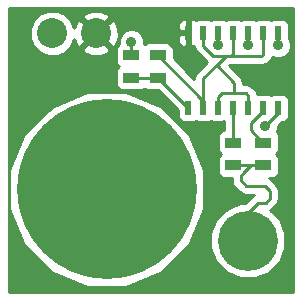
<source format=gtl>
G04 (created by PCBNEW (2013-07-07 BZR 4022)-stable) date 1/5/2014 2:00:07 AM*
%MOIN*%
G04 Gerber Fmt 3.4, Leading zero omitted, Abs format*
%FSLAX34Y34*%
G01*
G70*
G90*
G04 APERTURE LIST*
%ADD10C,0.00590551*%
%ADD11R,0.02X0.045*%
%ADD12R,0.055X0.035*%
%ADD13C,0.1*%
%ADD14C,0.6*%
%ADD15C,0.2*%
%ADD16C,0.035*%
%ADD17C,0.01*%
G04 APERTURE END LIST*
G54D10*
G54D11*
X75700Y-43420D03*
X76200Y-43420D03*
X76700Y-43420D03*
X77200Y-43420D03*
X77700Y-43420D03*
X78200Y-43420D03*
X78700Y-43420D03*
X78700Y-40920D03*
X78200Y-40920D03*
X77200Y-40920D03*
X76700Y-40920D03*
X76200Y-40920D03*
X75700Y-40920D03*
X77700Y-40920D03*
G54D12*
X73800Y-42415D03*
X73800Y-41665D03*
X77200Y-44585D03*
X77200Y-45335D03*
X78200Y-44585D03*
X78200Y-45335D03*
X74680Y-42415D03*
X74680Y-41665D03*
G54D13*
X72620Y-40940D03*
X71160Y-40940D03*
G54D14*
X72980Y-46140D03*
G54D15*
X77678Y-47850D03*
G54D16*
X78260Y-44020D03*
X73800Y-41220D03*
X76680Y-41340D03*
X77700Y-41340D03*
X78700Y-41340D03*
X75620Y-41800D03*
G54D17*
X78700Y-43420D02*
X78700Y-43580D01*
X78700Y-43580D02*
X78260Y-44020D01*
X73800Y-41665D02*
X73800Y-41220D01*
X75700Y-43420D02*
X75685Y-43420D01*
X75685Y-43420D02*
X74680Y-42415D01*
X74680Y-42415D02*
X73800Y-42415D01*
X76640Y-42000D02*
X76960Y-41680D01*
X76960Y-41680D02*
X76940Y-41680D01*
X77200Y-40920D02*
X77200Y-41600D01*
X77200Y-41600D02*
X77120Y-41680D01*
X78200Y-40920D02*
X78200Y-41640D01*
X76200Y-41360D02*
X76200Y-40920D01*
X76940Y-41680D02*
X76520Y-41680D01*
X76520Y-41680D02*
X76200Y-41360D01*
X78160Y-41680D02*
X77120Y-41680D01*
X77120Y-41680D02*
X76940Y-41680D01*
X78200Y-41640D02*
X78160Y-41680D01*
X77220Y-42940D02*
X77220Y-42580D01*
X77220Y-42580D02*
X76640Y-42000D01*
X76200Y-43420D02*
X76200Y-42440D01*
X76200Y-42440D02*
X76640Y-42000D01*
X77700Y-43420D02*
X77700Y-43020D01*
X77700Y-43020D02*
X77620Y-42940D01*
X77620Y-42940D02*
X77300Y-42940D01*
X76700Y-43060D02*
X76700Y-43420D01*
X77300Y-42940D02*
X77220Y-42940D01*
X77220Y-42940D02*
X76820Y-42940D01*
X76820Y-42940D02*
X76700Y-43060D01*
X76200Y-43420D02*
X76200Y-43185D01*
X76200Y-43185D02*
X74680Y-41665D01*
X77678Y-47850D02*
X77678Y-46921D01*
X77785Y-45335D02*
X77745Y-45335D01*
X77560Y-45560D02*
X77785Y-45335D01*
X77440Y-45680D02*
X77560Y-45560D01*
X77440Y-45840D02*
X77440Y-45680D01*
X77620Y-46020D02*
X77440Y-45840D01*
X78240Y-46020D02*
X77620Y-46020D01*
X78420Y-46200D02*
X78240Y-46020D01*
X78420Y-46440D02*
X78420Y-46200D01*
X78280Y-46580D02*
X78420Y-46440D01*
X78020Y-46580D02*
X78280Y-46580D01*
X77678Y-46921D02*
X78020Y-46580D01*
X77200Y-45335D02*
X77620Y-45335D01*
X77620Y-45335D02*
X77745Y-45335D01*
X77745Y-45335D02*
X78200Y-45335D01*
X76700Y-41320D02*
X76700Y-40920D01*
X76680Y-41340D02*
X76700Y-41320D01*
X77700Y-41340D02*
X77700Y-40920D01*
X78700Y-41340D02*
X78700Y-40920D01*
X78200Y-43420D02*
X78200Y-43520D01*
X77780Y-44165D02*
X78200Y-44585D01*
X77780Y-43940D02*
X77780Y-44165D01*
X78200Y-43520D02*
X77780Y-43940D01*
X77200Y-43420D02*
X77200Y-44585D01*
G54D10*
G36*
X79170Y-49570D02*
X79125Y-49570D01*
X79125Y-41255D01*
X79060Y-41099D01*
X79050Y-41089D01*
X79050Y-40645D01*
X79012Y-40553D01*
X78941Y-40483D01*
X78849Y-40445D01*
X78750Y-40444D01*
X78550Y-40444D01*
X78458Y-40482D01*
X78450Y-40491D01*
X78441Y-40483D01*
X78349Y-40445D01*
X78250Y-40444D01*
X78050Y-40444D01*
X77958Y-40482D01*
X77950Y-40491D01*
X77941Y-40483D01*
X77849Y-40445D01*
X77750Y-40444D01*
X77550Y-40444D01*
X77458Y-40482D01*
X77450Y-40491D01*
X77441Y-40483D01*
X77349Y-40445D01*
X77250Y-40444D01*
X77050Y-40444D01*
X76958Y-40482D01*
X76950Y-40491D01*
X76941Y-40483D01*
X76849Y-40445D01*
X76750Y-40444D01*
X76550Y-40444D01*
X76458Y-40482D01*
X76450Y-40491D01*
X76441Y-40483D01*
X76349Y-40445D01*
X76250Y-40444D01*
X76050Y-40444D01*
X75958Y-40482D01*
X75950Y-40491D01*
X75941Y-40482D01*
X75849Y-40444D01*
X75812Y-40445D01*
X75750Y-40507D01*
X75750Y-40870D01*
X75757Y-40870D01*
X75757Y-40970D01*
X75750Y-40970D01*
X75750Y-41332D01*
X75812Y-41395D01*
X75849Y-41395D01*
X75902Y-41373D01*
X75922Y-41474D01*
X75987Y-41572D01*
X76307Y-41892D01*
X76307Y-41892D01*
X76317Y-41898D01*
X75987Y-42227D01*
X75922Y-42325D01*
X75900Y-42440D01*
X75900Y-42460D01*
X75650Y-42210D01*
X75650Y-41332D01*
X75650Y-40970D01*
X75650Y-40870D01*
X75650Y-40507D01*
X75587Y-40445D01*
X75550Y-40444D01*
X75458Y-40482D01*
X75388Y-40553D01*
X75350Y-40645D01*
X75349Y-40744D01*
X75350Y-40807D01*
X75412Y-40870D01*
X75650Y-40870D01*
X75650Y-40970D01*
X75412Y-40970D01*
X75350Y-41032D01*
X75349Y-41095D01*
X75350Y-41194D01*
X75388Y-41286D01*
X75458Y-41357D01*
X75550Y-41395D01*
X75587Y-41395D01*
X75650Y-41332D01*
X75650Y-42210D01*
X75205Y-41765D01*
X75205Y-41440D01*
X75167Y-41348D01*
X75096Y-41278D01*
X75004Y-41240D01*
X74905Y-41239D01*
X74355Y-41239D01*
X74263Y-41277D01*
X74240Y-41301D01*
X74224Y-41286D01*
X74225Y-41135D01*
X74160Y-40979D01*
X74041Y-40859D01*
X73884Y-40795D01*
X73715Y-40794D01*
X73559Y-40859D01*
X73439Y-40978D01*
X73375Y-41135D01*
X73374Y-41286D01*
X73373Y-41287D01*
X73373Y-41069D01*
X73365Y-40771D01*
X73266Y-40531D01*
X73150Y-40480D01*
X73079Y-40550D01*
X73079Y-40409D01*
X73028Y-40293D01*
X72749Y-40186D01*
X72451Y-40194D01*
X72211Y-40293D01*
X72160Y-40409D01*
X72620Y-40869D01*
X73079Y-40409D01*
X73079Y-40550D01*
X72690Y-40940D01*
X73150Y-41399D01*
X73266Y-41348D01*
X73373Y-41069D01*
X73373Y-41287D01*
X73313Y-41348D01*
X73275Y-41440D01*
X73274Y-41539D01*
X73274Y-41889D01*
X73312Y-41981D01*
X73371Y-42040D01*
X73313Y-42098D01*
X73275Y-42190D01*
X73274Y-42289D01*
X73274Y-42639D01*
X73312Y-42731D01*
X73383Y-42801D01*
X73475Y-42839D01*
X73574Y-42840D01*
X74124Y-42840D01*
X74216Y-42802D01*
X74239Y-42778D01*
X74263Y-42801D01*
X74355Y-42839D01*
X74454Y-42840D01*
X74680Y-42840D01*
X75349Y-43509D01*
X75349Y-43694D01*
X75387Y-43786D01*
X75458Y-43856D01*
X75550Y-43894D01*
X75649Y-43895D01*
X75849Y-43895D01*
X75941Y-43857D01*
X75949Y-43848D01*
X75958Y-43856D01*
X76050Y-43894D01*
X76149Y-43895D01*
X76349Y-43895D01*
X76441Y-43857D01*
X76449Y-43848D01*
X76458Y-43856D01*
X76550Y-43894D01*
X76649Y-43895D01*
X76849Y-43895D01*
X76900Y-43874D01*
X76900Y-44159D01*
X76875Y-44159D01*
X76783Y-44197D01*
X76713Y-44268D01*
X76675Y-44360D01*
X76674Y-44459D01*
X76674Y-44809D01*
X76712Y-44901D01*
X76771Y-44960D01*
X76713Y-45018D01*
X76675Y-45110D01*
X76674Y-45209D01*
X76674Y-45559D01*
X76712Y-45651D01*
X76783Y-45721D01*
X76875Y-45759D01*
X76974Y-45760D01*
X77140Y-45760D01*
X77140Y-45840D01*
X77162Y-45954D01*
X77227Y-46052D01*
X77407Y-46232D01*
X77407Y-46232D01*
X77505Y-46297D01*
X77620Y-46320D01*
X77879Y-46320D01*
X77807Y-46367D01*
X77575Y-46600D01*
X77430Y-46599D01*
X76971Y-46789D01*
X76619Y-47141D01*
X76428Y-47600D01*
X76428Y-48097D01*
X76618Y-48557D01*
X76969Y-48909D01*
X77428Y-49099D01*
X77926Y-49100D01*
X78385Y-48910D01*
X78737Y-48559D01*
X78928Y-48099D01*
X78928Y-47602D01*
X78738Y-47142D01*
X78430Y-46833D01*
X78492Y-46792D01*
X78632Y-46652D01*
X78632Y-46652D01*
X78697Y-46554D01*
X78719Y-46440D01*
X78720Y-46440D01*
X78720Y-46200D01*
X78697Y-46085D01*
X78632Y-45987D01*
X78632Y-45987D01*
X78452Y-45807D01*
X78380Y-45760D01*
X78524Y-45760D01*
X78616Y-45722D01*
X78686Y-45651D01*
X78724Y-45559D01*
X78725Y-45460D01*
X78725Y-45110D01*
X78687Y-45018D01*
X78628Y-44959D01*
X78686Y-44901D01*
X78724Y-44809D01*
X78725Y-44710D01*
X78725Y-44360D01*
X78687Y-44268D01*
X78637Y-44218D01*
X78684Y-44104D01*
X78685Y-44019D01*
X78809Y-43895D01*
X78849Y-43895D01*
X78941Y-43857D01*
X79011Y-43786D01*
X79049Y-43694D01*
X79050Y-43595D01*
X79050Y-43145D01*
X79012Y-43053D01*
X78941Y-42983D01*
X78849Y-42945D01*
X78750Y-42944D01*
X78550Y-42944D01*
X78458Y-42982D01*
X78450Y-42991D01*
X78441Y-42983D01*
X78349Y-42945D01*
X78250Y-42944D01*
X78050Y-42944D01*
X77990Y-42969D01*
X77977Y-42905D01*
X77912Y-42807D01*
X77912Y-42807D01*
X77832Y-42727D01*
X77734Y-42662D01*
X77620Y-42640D01*
X77520Y-42640D01*
X77520Y-42580D01*
X77497Y-42465D01*
X77432Y-42367D01*
X77432Y-42367D01*
X77064Y-42000D01*
X77084Y-41980D01*
X77120Y-41980D01*
X78160Y-41980D01*
X78160Y-41979D01*
X78274Y-41957D01*
X78274Y-41957D01*
X78372Y-41892D01*
X78412Y-41852D01*
X78477Y-41754D01*
X78485Y-41711D01*
X78615Y-41764D01*
X78784Y-41765D01*
X78940Y-41700D01*
X79060Y-41581D01*
X79124Y-41424D01*
X79125Y-41255D01*
X79125Y-49570D01*
X76230Y-49570D01*
X76230Y-45496D01*
X75736Y-44301D01*
X74823Y-43386D01*
X73629Y-42890D01*
X73079Y-42890D01*
X73079Y-41470D01*
X72620Y-41010D01*
X72549Y-41081D01*
X72549Y-40940D01*
X72089Y-40480D01*
X71973Y-40531D01*
X71891Y-40745D01*
X71796Y-40515D01*
X71585Y-40304D01*
X71309Y-40190D01*
X71011Y-40189D01*
X70735Y-40303D01*
X70524Y-40514D01*
X70410Y-40790D01*
X70409Y-41088D01*
X70523Y-41364D01*
X70734Y-41575D01*
X71010Y-41689D01*
X71308Y-41690D01*
X71584Y-41576D01*
X71795Y-41365D01*
X71888Y-41142D01*
X71973Y-41348D01*
X72089Y-41399D01*
X72549Y-40940D01*
X72549Y-41081D01*
X72160Y-41470D01*
X72211Y-41586D01*
X72490Y-41693D01*
X72788Y-41685D01*
X73028Y-41586D01*
X73079Y-41470D01*
X73079Y-42890D01*
X72336Y-42889D01*
X71141Y-43383D01*
X70226Y-44296D01*
X69730Y-45490D01*
X69729Y-46783D01*
X70223Y-47978D01*
X71136Y-48893D01*
X72330Y-49389D01*
X73623Y-49390D01*
X74818Y-48896D01*
X75733Y-47983D01*
X76229Y-46789D01*
X76230Y-45496D01*
X76230Y-49570D01*
X69709Y-49570D01*
X69709Y-40109D01*
X79170Y-40109D01*
X79170Y-49570D01*
X79170Y-49570D01*
G37*
G54D17*
X79170Y-49570D02*
X79125Y-49570D01*
X79125Y-41255D01*
X79060Y-41099D01*
X79050Y-41089D01*
X79050Y-40645D01*
X79012Y-40553D01*
X78941Y-40483D01*
X78849Y-40445D01*
X78750Y-40444D01*
X78550Y-40444D01*
X78458Y-40482D01*
X78450Y-40491D01*
X78441Y-40483D01*
X78349Y-40445D01*
X78250Y-40444D01*
X78050Y-40444D01*
X77958Y-40482D01*
X77950Y-40491D01*
X77941Y-40483D01*
X77849Y-40445D01*
X77750Y-40444D01*
X77550Y-40444D01*
X77458Y-40482D01*
X77450Y-40491D01*
X77441Y-40483D01*
X77349Y-40445D01*
X77250Y-40444D01*
X77050Y-40444D01*
X76958Y-40482D01*
X76950Y-40491D01*
X76941Y-40483D01*
X76849Y-40445D01*
X76750Y-40444D01*
X76550Y-40444D01*
X76458Y-40482D01*
X76450Y-40491D01*
X76441Y-40483D01*
X76349Y-40445D01*
X76250Y-40444D01*
X76050Y-40444D01*
X75958Y-40482D01*
X75950Y-40491D01*
X75941Y-40482D01*
X75849Y-40444D01*
X75812Y-40445D01*
X75750Y-40507D01*
X75750Y-40870D01*
X75757Y-40870D01*
X75757Y-40970D01*
X75750Y-40970D01*
X75750Y-41332D01*
X75812Y-41395D01*
X75849Y-41395D01*
X75902Y-41373D01*
X75922Y-41474D01*
X75987Y-41572D01*
X76307Y-41892D01*
X76307Y-41892D01*
X76317Y-41898D01*
X75987Y-42227D01*
X75922Y-42325D01*
X75900Y-42440D01*
X75900Y-42460D01*
X75650Y-42210D01*
X75650Y-41332D01*
X75650Y-40970D01*
X75650Y-40870D01*
X75650Y-40507D01*
X75587Y-40445D01*
X75550Y-40444D01*
X75458Y-40482D01*
X75388Y-40553D01*
X75350Y-40645D01*
X75349Y-40744D01*
X75350Y-40807D01*
X75412Y-40870D01*
X75650Y-40870D01*
X75650Y-40970D01*
X75412Y-40970D01*
X75350Y-41032D01*
X75349Y-41095D01*
X75350Y-41194D01*
X75388Y-41286D01*
X75458Y-41357D01*
X75550Y-41395D01*
X75587Y-41395D01*
X75650Y-41332D01*
X75650Y-42210D01*
X75205Y-41765D01*
X75205Y-41440D01*
X75167Y-41348D01*
X75096Y-41278D01*
X75004Y-41240D01*
X74905Y-41239D01*
X74355Y-41239D01*
X74263Y-41277D01*
X74240Y-41301D01*
X74224Y-41286D01*
X74225Y-41135D01*
X74160Y-40979D01*
X74041Y-40859D01*
X73884Y-40795D01*
X73715Y-40794D01*
X73559Y-40859D01*
X73439Y-40978D01*
X73375Y-41135D01*
X73374Y-41286D01*
X73373Y-41287D01*
X73373Y-41069D01*
X73365Y-40771D01*
X73266Y-40531D01*
X73150Y-40480D01*
X73079Y-40550D01*
X73079Y-40409D01*
X73028Y-40293D01*
X72749Y-40186D01*
X72451Y-40194D01*
X72211Y-40293D01*
X72160Y-40409D01*
X72620Y-40869D01*
X73079Y-40409D01*
X73079Y-40550D01*
X72690Y-40940D01*
X73150Y-41399D01*
X73266Y-41348D01*
X73373Y-41069D01*
X73373Y-41287D01*
X73313Y-41348D01*
X73275Y-41440D01*
X73274Y-41539D01*
X73274Y-41889D01*
X73312Y-41981D01*
X73371Y-42040D01*
X73313Y-42098D01*
X73275Y-42190D01*
X73274Y-42289D01*
X73274Y-42639D01*
X73312Y-42731D01*
X73383Y-42801D01*
X73475Y-42839D01*
X73574Y-42840D01*
X74124Y-42840D01*
X74216Y-42802D01*
X74239Y-42778D01*
X74263Y-42801D01*
X74355Y-42839D01*
X74454Y-42840D01*
X74680Y-42840D01*
X75349Y-43509D01*
X75349Y-43694D01*
X75387Y-43786D01*
X75458Y-43856D01*
X75550Y-43894D01*
X75649Y-43895D01*
X75849Y-43895D01*
X75941Y-43857D01*
X75949Y-43848D01*
X75958Y-43856D01*
X76050Y-43894D01*
X76149Y-43895D01*
X76349Y-43895D01*
X76441Y-43857D01*
X76449Y-43848D01*
X76458Y-43856D01*
X76550Y-43894D01*
X76649Y-43895D01*
X76849Y-43895D01*
X76900Y-43874D01*
X76900Y-44159D01*
X76875Y-44159D01*
X76783Y-44197D01*
X76713Y-44268D01*
X76675Y-44360D01*
X76674Y-44459D01*
X76674Y-44809D01*
X76712Y-44901D01*
X76771Y-44960D01*
X76713Y-45018D01*
X76675Y-45110D01*
X76674Y-45209D01*
X76674Y-45559D01*
X76712Y-45651D01*
X76783Y-45721D01*
X76875Y-45759D01*
X76974Y-45760D01*
X77140Y-45760D01*
X77140Y-45840D01*
X77162Y-45954D01*
X77227Y-46052D01*
X77407Y-46232D01*
X77407Y-46232D01*
X77505Y-46297D01*
X77620Y-46320D01*
X77879Y-46320D01*
X77807Y-46367D01*
X77575Y-46600D01*
X77430Y-46599D01*
X76971Y-46789D01*
X76619Y-47141D01*
X76428Y-47600D01*
X76428Y-48097D01*
X76618Y-48557D01*
X76969Y-48909D01*
X77428Y-49099D01*
X77926Y-49100D01*
X78385Y-48910D01*
X78737Y-48559D01*
X78928Y-48099D01*
X78928Y-47602D01*
X78738Y-47142D01*
X78430Y-46833D01*
X78492Y-46792D01*
X78632Y-46652D01*
X78632Y-46652D01*
X78697Y-46554D01*
X78719Y-46440D01*
X78720Y-46440D01*
X78720Y-46200D01*
X78697Y-46085D01*
X78632Y-45987D01*
X78632Y-45987D01*
X78452Y-45807D01*
X78380Y-45760D01*
X78524Y-45760D01*
X78616Y-45722D01*
X78686Y-45651D01*
X78724Y-45559D01*
X78725Y-45460D01*
X78725Y-45110D01*
X78687Y-45018D01*
X78628Y-44959D01*
X78686Y-44901D01*
X78724Y-44809D01*
X78725Y-44710D01*
X78725Y-44360D01*
X78687Y-44268D01*
X78637Y-44218D01*
X78684Y-44104D01*
X78685Y-44019D01*
X78809Y-43895D01*
X78849Y-43895D01*
X78941Y-43857D01*
X79011Y-43786D01*
X79049Y-43694D01*
X79050Y-43595D01*
X79050Y-43145D01*
X79012Y-43053D01*
X78941Y-42983D01*
X78849Y-42945D01*
X78750Y-42944D01*
X78550Y-42944D01*
X78458Y-42982D01*
X78450Y-42991D01*
X78441Y-42983D01*
X78349Y-42945D01*
X78250Y-42944D01*
X78050Y-42944D01*
X77990Y-42969D01*
X77977Y-42905D01*
X77912Y-42807D01*
X77912Y-42807D01*
X77832Y-42727D01*
X77734Y-42662D01*
X77620Y-42640D01*
X77520Y-42640D01*
X77520Y-42580D01*
X77497Y-42465D01*
X77432Y-42367D01*
X77432Y-42367D01*
X77064Y-42000D01*
X77084Y-41980D01*
X77120Y-41980D01*
X78160Y-41980D01*
X78160Y-41979D01*
X78274Y-41957D01*
X78274Y-41957D01*
X78372Y-41892D01*
X78412Y-41852D01*
X78477Y-41754D01*
X78485Y-41711D01*
X78615Y-41764D01*
X78784Y-41765D01*
X78940Y-41700D01*
X79060Y-41581D01*
X79124Y-41424D01*
X79125Y-41255D01*
X79125Y-49570D01*
X76230Y-49570D01*
X76230Y-45496D01*
X75736Y-44301D01*
X74823Y-43386D01*
X73629Y-42890D01*
X73079Y-42890D01*
X73079Y-41470D01*
X72620Y-41010D01*
X72549Y-41081D01*
X72549Y-40940D01*
X72089Y-40480D01*
X71973Y-40531D01*
X71891Y-40745D01*
X71796Y-40515D01*
X71585Y-40304D01*
X71309Y-40190D01*
X71011Y-40189D01*
X70735Y-40303D01*
X70524Y-40514D01*
X70410Y-40790D01*
X70409Y-41088D01*
X70523Y-41364D01*
X70734Y-41575D01*
X71010Y-41689D01*
X71308Y-41690D01*
X71584Y-41576D01*
X71795Y-41365D01*
X71888Y-41142D01*
X71973Y-41348D01*
X72089Y-41399D01*
X72549Y-40940D01*
X72549Y-41081D01*
X72160Y-41470D01*
X72211Y-41586D01*
X72490Y-41693D01*
X72788Y-41685D01*
X73028Y-41586D01*
X73079Y-41470D01*
X73079Y-42890D01*
X72336Y-42889D01*
X71141Y-43383D01*
X70226Y-44296D01*
X69730Y-45490D01*
X69729Y-46783D01*
X70223Y-47978D01*
X71136Y-48893D01*
X72330Y-49389D01*
X73623Y-49390D01*
X74818Y-48896D01*
X75733Y-47983D01*
X76229Y-46789D01*
X76230Y-45496D01*
X76230Y-49570D01*
X69709Y-49570D01*
X69709Y-40109D01*
X79170Y-40109D01*
X79170Y-49570D01*
M02*

</source>
